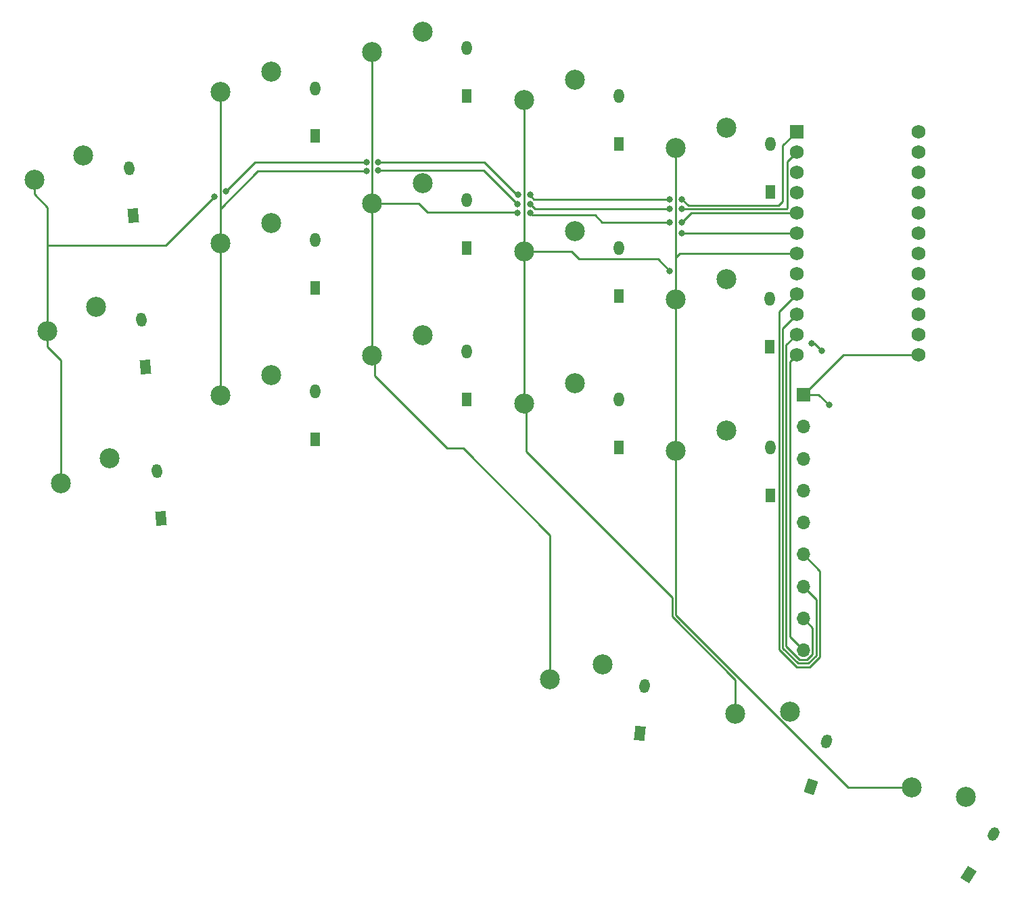
<source format=gbr>
%TF.GenerationSoftware,KiCad,Pcbnew,7.0.7*%
%TF.CreationDate,2023-11-23T18:26:16-07:00*%
%TF.ProjectId,TypestationX - Left,54797065-7374-4617-9469-6f6e58202d20,rev?*%
%TF.SameCoordinates,Original*%
%TF.FileFunction,Copper,L2,Bot*%
%TF.FilePolarity,Positive*%
%FSLAX46Y46*%
G04 Gerber Fmt 4.6, Leading zero omitted, Abs format (unit mm)*
G04 Created by KiCad (PCBNEW 7.0.7) date 2023-11-23 18:26:16*
%MOMM*%
%LPD*%
G01*
G04 APERTURE LIST*
G04 Aperture macros list*
%AMHorizOval*
0 Thick line with rounded ends*
0 $1 width*
0 $2 $3 position (X,Y) of the first rounded end (center of the circle)*
0 $4 $5 position (X,Y) of the second rounded end (center of the circle)*
0 Add line between two ends*
20,1,$1,$2,$3,$4,$5,0*
0 Add two circle primitives to create the rounded ends*
1,1,$1,$2,$3*
1,1,$1,$4,$5*%
%AMRotRect*
0 Rectangle, with rotation*
0 The origin of the aperture is its center*
0 $1 length*
0 $2 width*
0 $3 Rotation angle, in degrees counterclockwise*
0 Add horizontal line*
21,1,$1,$2,0,0,$3*%
G04 Aperture macros list end*
%TA.AperFunction,ComponentPad*%
%ADD10R,1.300000X1.778000*%
%TD*%
%TA.AperFunction,ComponentPad*%
%ADD11O,1.300000X1.778000*%
%TD*%
%TA.AperFunction,ComponentPad*%
%ADD12C,2.500000*%
%TD*%
%TA.AperFunction,ComponentPad*%
%ADD13RotRect,1.778000X1.300000X95.000000*%
%TD*%
%TA.AperFunction,ComponentPad*%
%ADD14HorizOval,1.300000X-0.020830X0.238091X0.020830X-0.238091X0*%
%TD*%
%TA.AperFunction,ComponentPad*%
%ADD15RotRect,1.778000X1.300000X84.000000*%
%TD*%
%TA.AperFunction,ComponentPad*%
%ADD16HorizOval,1.300000X0.024982X0.237691X-0.024982X-0.237691X0*%
%TD*%
%TA.AperFunction,ComponentPad*%
%ADD17RotRect,1.778000X1.300000X71.000000*%
%TD*%
%TA.AperFunction,ComponentPad*%
%ADD18HorizOval,1.300000X0.077811X0.225979X-0.077811X-0.225979X0*%
%TD*%
%TA.AperFunction,ComponentPad*%
%ADD19R,1.700000X1.700000*%
%TD*%
%TA.AperFunction,ComponentPad*%
%ADD20O,1.700000X1.700000*%
%TD*%
%TA.AperFunction,ComponentPad*%
%ADD21RotRect,1.778000X1.300000X58.000000*%
%TD*%
%TA.AperFunction,ComponentPad*%
%ADD22HorizOval,1.300000X0.126651X0.202683X-0.126651X-0.202683X0*%
%TD*%
%TA.AperFunction,ComponentPad*%
%ADD23R,1.752600X1.752600*%
%TD*%
%TA.AperFunction,ComponentPad*%
%ADD24C,1.752600*%
%TD*%
%TA.AperFunction,ViaPad*%
%ADD25C,0.800000*%
%TD*%
%TA.AperFunction,Conductor*%
%ADD26C,0.250000*%
%TD*%
G04 APERTURE END LIST*
D10*
%TO.P,D14,1,K*%
%TO.N,R2*%
X88900000Y-98603631D03*
D11*
%TO.P,D14,2,A*%
%TO.N,Net-(D14-A)*%
X88900000Y-92603631D03*
%TD*%
D10*
%TO.P,D4,1,K*%
%TO.N,R4*%
X88900000Y-60603631D03*
D11*
%TO.P,D4,2,A*%
%TO.N,Net-(D4-A)*%
X88900000Y-54603631D03*
%TD*%
D12*
%TO.P,S8,1,1*%
%TO.N,C3*%
X58037381Y-68063631D03*
%TO.P,S8,2,2*%
%TO.N,Net-(D8-A)*%
X64387381Y-65523631D03*
%TD*%
%TO.P,S11,1,1*%
%TO.N,C4*%
X77037381Y-74063631D03*
%TO.P,S11,2,2*%
%TO.N,Net-(D9-A)*%
X83387381Y-71523631D03*
%TD*%
D13*
%TO.P,D6,1,K*%
%TO.N,R3*%
X29644424Y-88566322D03*
D14*
%TO.P,D6,2,A*%
%TO.N,Net-(D6-A)*%
X29121490Y-82589154D03*
%TD*%
D15*
%TO.P,D16,1,K*%
%TO.N,R1*%
X91540064Y-134417629D03*
D16*
%TO.P,D16,2,A*%
%TO.N,Net-(D16-A)*%
X92167234Y-128450497D03*
%TD*%
D12*
%TO.P,S2,1,1*%
%TO.N,C1*%
X17394293Y-84076908D03*
%TO.P,S2,2,2*%
%TO.N,Net-(D6-A)*%
X23498753Y-80993134D03*
%TD*%
D10*
%TO.P,D7,1,K*%
%TO.N,R3*%
X50900000Y-78603631D03*
D11*
%TO.P,D7,2,A*%
%TO.N,Net-(D7-A)*%
X50900000Y-72603631D03*
%TD*%
D12*
%TO.P,S5,1,1*%
%TO.N,C2*%
X39037381Y-73063631D03*
%TO.P,S5,2,2*%
%TO.N,Net-(D7-A)*%
X45387381Y-70523631D03*
%TD*%
D10*
%TO.P,D13,1,K*%
%TO.N,R2*%
X69900000Y-92603631D03*
D11*
%TO.P,D13,2,A*%
%TO.N,Net-(D13-A)*%
X69900000Y-86603631D03*
%TD*%
D13*
%TO.P,D1,1,K*%
%TO.N,R4*%
X28161467Y-69588584D03*
D14*
%TO.P,D1,2,A*%
%TO.N,Net-(D1-A)*%
X27638533Y-63611416D03*
%TD*%
D12*
%TO.P,S6,1,1*%
%TO.N,C2*%
X39037381Y-92063631D03*
%TO.P,S6,2,2*%
%TO.N,Net-(D12-A)*%
X45387381Y-89523631D03*
%TD*%
D17*
%TO.P,D17,1,K*%
%TO.N,R1*%
X112934272Y-141111856D03*
D18*
%TO.P,D17,2,A*%
%TO.N,Net-(D17-A)*%
X114887680Y-135438744D03*
%TD*%
D10*
%TO.P,D10,1,K*%
%TO.N,R3*%
X107823227Y-85999079D03*
D11*
%TO.P,D10,2,A*%
%TO.N,Net-(D10-A)*%
X107823227Y-79999079D03*
%TD*%
D10*
%TO.P,D5,1,K*%
%TO.N,R4*%
X107900000Y-66600000D03*
D11*
%TO.P,D5,2,A*%
%TO.N,Net-(D5-A)*%
X107900000Y-60600000D03*
%TD*%
D12*
%TO.P,S1,1,1*%
%TO.N,C1*%
X15757016Y-65107143D03*
%TO.P,S1,2,2*%
%TO.N,Net-(D1-A)*%
X21861476Y-62023369D03*
%TD*%
%TO.P,S7,1,1*%
%TO.N,C3*%
X58037381Y-49063631D03*
%TO.P,S7,2,2*%
%TO.N,Net-(D3-A)*%
X64387381Y-46523631D03*
%TD*%
%TO.P,S16,1,1*%
%TO.N,C3*%
X80318702Y-127667700D03*
%TO.P,S16,2,2*%
%TO.N,Net-(D16-A)*%
X86899418Y-125805370D03*
%TD*%
%TO.P,S10,1,1*%
%TO.N,C4*%
X77037381Y-55063631D03*
%TO.P,S10,2,2*%
%TO.N,Net-(D4-A)*%
X83387381Y-52523631D03*
%TD*%
%TO.P,S18,1,1*%
%TO.N,C5*%
X125590908Y-141162005D03*
%TO.P,S18,2,2*%
%TO.N,Net-(D18-A)*%
X132322008Y-142372951D03*
%TD*%
%TO.P,S4,1,1*%
%TO.N,C2*%
X39037381Y-54063631D03*
%TO.P,S4,2,2*%
%TO.N,Net-(D2-A)*%
X45387381Y-51523631D03*
%TD*%
D10*
%TO.P,D15,1,K*%
%TO.N,R2*%
X107900000Y-104603631D03*
D11*
%TO.P,D15,2,A*%
%TO.N,Net-(D15-A)*%
X107900000Y-98603631D03*
%TD*%
D12*
%TO.P,S17,1,1*%
%TO.N,C4*%
X103485469Y-131999153D03*
%TO.P,S17,2,2*%
%TO.N,Net-(D17-A)*%
X110316455Y-131664894D03*
%TD*%
D19*
%TO.P,J1,1,Pin_1*%
%TO.N,R1*%
X112000000Y-92000000D03*
D20*
%TO.P,J1,2,Pin_2*%
%TO.N,R2*%
X112000000Y-96000000D03*
%TO.P,J1,3,Pin_3*%
%TO.N,R3*%
X112000000Y-100000000D03*
%TO.P,J1,4,Pin_4*%
%TO.N,R4*%
X112000000Y-104000000D03*
%TO.P,J1,5,Pin_5*%
%TO.N,C6*%
X112000000Y-108000000D03*
%TO.P,J1,6,Pin_6*%
%TO.N,C7*%
X112000000Y-112000000D03*
%TO.P,J1,7,Pin_7*%
%TO.N,C8*%
X112000000Y-116000000D03*
%TO.P,J1,8,Pin_8*%
%TO.N,C9*%
X112000000Y-120000000D03*
%TO.P,J1,9,Pin_9*%
%TO.N,C10*%
X112000000Y-124000000D03*
%TD*%
D10*
%TO.P,D12,1,K*%
%TO.N,R2*%
X50900000Y-97600000D03*
D11*
%TO.P,D12,2,A*%
%TO.N,Net-(D12-A)*%
X50900000Y-91600000D03*
%TD*%
D10*
%TO.P,D8,1,K*%
%TO.N,R3*%
X69900000Y-73603631D03*
D11*
%TO.P,D8,2,A*%
%TO.N,Net-(D8-A)*%
X69900000Y-67603631D03*
%TD*%
D12*
%TO.P,S3,1,1*%
%TO.N,C1*%
X19042924Y-103065448D03*
%TO.P,S3,2,2*%
%TO.N,Net-(D11-A)*%
X25147384Y-99981674D03*
%TD*%
%TO.P,S14,1,1*%
%TO.N,C5*%
X96037381Y-80063631D03*
%TO.P,S14,2,2*%
%TO.N,Net-(D10-A)*%
X102387381Y-77523631D03*
%TD*%
D10*
%TO.P,D2,1,K*%
%TO.N,R4*%
X50900000Y-59600000D03*
D11*
%TO.P,D2,2,A*%
%TO.N,Net-(D2-A)*%
X50900000Y-53600000D03*
%TD*%
D10*
%TO.P,D9,1,K*%
%TO.N,R3*%
X88900000Y-79603631D03*
D11*
%TO.P,D9,2,A*%
%TO.N,Net-(D9-A)*%
X88900000Y-73603631D03*
%TD*%
D12*
%TO.P,S13,1,1*%
%TO.N,C5*%
X96037381Y-61063631D03*
%TO.P,S13,2,2*%
%TO.N,Net-(D5-A)*%
X102387381Y-58523631D03*
%TD*%
D21*
%TO.P,D18,1,K*%
%TO.N,R1*%
X132670603Y-152118538D03*
D22*
%TO.P,D18,2,A*%
%TO.N,Net-(D18-A)*%
X135850119Y-147030250D03*
%TD*%
D13*
%TO.P,D11,1,K*%
%TO.N,R2*%
X31640760Y-107524442D03*
D14*
%TO.P,D11,2,A*%
%TO.N,Net-(D11-A)*%
X31117826Y-101547274D03*
%TD*%
D10*
%TO.P,D3,1,K*%
%TO.N,R4*%
X69900000Y-54603631D03*
D11*
%TO.P,D3,2,A*%
%TO.N,Net-(D3-A)*%
X69900000Y-48603631D03*
%TD*%
D12*
%TO.P,S12,1,1*%
%TO.N,C4*%
X77037381Y-93063631D03*
%TO.P,S12,2,2*%
%TO.N,Net-(D14-A)*%
X83387381Y-90523631D03*
%TD*%
%TO.P,S9,1,1*%
%TO.N,C3*%
X58037381Y-87063631D03*
%TO.P,S9,2,2*%
%TO.N,Net-(D13-A)*%
X64387381Y-84523631D03*
%TD*%
%TO.P,S15,1,1*%
%TO.N,C5*%
X96037381Y-99063631D03*
%TO.P,S15,2,2*%
%TO.N,Net-(D15-A)*%
X102387381Y-96523631D03*
%TD*%
D23*
%TO.P,U2,1,TX0/PD3*%
%TO.N,C1*%
X111180000Y-59030000D03*
D24*
%TO.P,U2,2,RX1/PD2*%
%TO.N,C2*%
X111180000Y-61570000D03*
%TO.P,U2,3,GND*%
%TO.N,unconnected-(U2-GND-Pad3)*%
X111180000Y-64110000D03*
%TO.P,U2,4,GND*%
%TO.N,unconnected-(U2-GND-Pad4)*%
X111180000Y-66650000D03*
%TO.P,U2,5,2/PD1*%
%TO.N,C3*%
X111180000Y-69190000D03*
%TO.P,U2,6,3/PD0*%
%TO.N,C4*%
X111180000Y-71730000D03*
%TO.P,U2,7,4/PD4*%
%TO.N,C5*%
X111180000Y-74270000D03*
%TO.P,U2,8,5/PC6*%
%TO.N,C6*%
X111180000Y-76810000D03*
%TO.P,U2,9,6/PD7*%
%TO.N,C7*%
X111180000Y-79350000D03*
%TO.P,U2,10,7/PE6*%
%TO.N,C8*%
X111180000Y-81890000D03*
%TO.P,U2,11,8/PB4*%
%TO.N,C9*%
X111180000Y-84430000D03*
%TO.P,U2,12,9/PB5*%
%TO.N,C10*%
X111180000Y-86970000D03*
%TO.P,U2,13,10/PB6*%
%TO.N,R1*%
X126420000Y-86970000D03*
%TO.P,U2,14,16/PB2*%
%TO.N,R2*%
X126420000Y-84430000D03*
%TO.P,U2,15,14/PB3*%
%TO.N,R3*%
X126420000Y-81890000D03*
%TO.P,U2,16,15/PB1*%
%TO.N,R4*%
X126420000Y-79350000D03*
%TO.P,U2,17,A0/PF7*%
%TO.N,unconnected-(U2-A0{slash}PF7-Pad17)*%
X126420000Y-76810000D03*
%TO.P,U2,18,A1/PF6*%
%TO.N,unconnected-(U2-A1{slash}PF6-Pad18)*%
X126420000Y-74270000D03*
%TO.P,U2,19,A2/PF5*%
%TO.N,unconnected-(U2-A2{slash}PF5-Pad19)*%
X126420000Y-71730000D03*
%TO.P,U2,20,A3/PF4*%
%TO.N,unconnected-(U2-A3{slash}PF4-Pad20)*%
X126420000Y-69190000D03*
%TO.P,U2,21,VCC*%
%TO.N,unconnected-(U2-VCC-Pad21)*%
X126420000Y-66650000D03*
%TO.P,U2,22,RST*%
%TO.N,unconnected-(U2-RST-Pad22)*%
X126420000Y-64110000D03*
%TO.P,U2,23,GND*%
%TO.N,unconnected-(U2-GND-Pad23)*%
X126420000Y-61570000D03*
%TO.P,U2,24,RAW*%
%TO.N,unconnected-(U2-RAW-Pad24)*%
X126420000Y-59030000D03*
%TD*%
D25*
%TO.N,R3*%
X114341425Y-86517277D03*
X113023227Y-85599079D03*
%TO.N,R1*%
X115223227Y-93299079D03*
%TO.N,C1*%
X76312881Y-66899079D03*
X77823227Y-66899079D03*
X96823227Y-67499079D03*
X57312881Y-62899079D03*
X58823227Y-62899079D03*
X38312881Y-67199079D03*
X95312881Y-67499079D03*
X39761881Y-66499079D03*
%TO.N,C2*%
X77823227Y-68099079D03*
X95312881Y-68699079D03*
X57312881Y-63999079D03*
X76223227Y-68099079D03*
X96823227Y-68699079D03*
X58761881Y-63899079D03*
%TO.N,C3*%
X95312881Y-70399079D03*
X76223227Y-69199079D03*
X96761881Y-70399079D03*
X77823227Y-69199079D03*
%TO.N,C4*%
X96761881Y-71799079D03*
X95312881Y-76499079D03*
%TD*%
D26*
%TO.N,R3*%
X113023227Y-85599079D02*
X113423227Y-85599079D01*
X113423227Y-85599079D02*
X114341425Y-86517277D01*
%TO.N,R1*%
X117030000Y-86970000D02*
X126420000Y-86970000D01*
X112000000Y-92000000D02*
X117030000Y-86970000D01*
X113924148Y-92000000D02*
X112000000Y-92000000D01*
X115223227Y-93299079D02*
X113924148Y-92000000D01*
%TO.N,C7*%
X108953700Y-123902344D02*
X108953700Y-81576300D01*
X114075000Y-114075000D02*
X114075000Y-124859493D01*
X111150435Y-126099079D02*
X108953700Y-123902344D01*
X114075000Y-124859493D02*
X112835414Y-126099079D01*
X112000000Y-112000000D02*
X114075000Y-114075000D01*
X112835414Y-126099079D02*
X111150435Y-126099079D01*
X108953700Y-81576300D02*
X111180000Y-79350000D01*
%TO.N,C8*%
X109403700Y-123715948D02*
X109403700Y-83666300D01*
X113625000Y-117625000D02*
X113625000Y-124673097D01*
X109403700Y-83666300D02*
X111180000Y-81890000D01*
X112649018Y-125649079D02*
X111336831Y-125649079D01*
X113625000Y-124673097D02*
X112649018Y-125649079D01*
X112000000Y-116000000D02*
X113625000Y-117625000D01*
X111336831Y-125649079D02*
X109403700Y-123715948D01*
%TO.N,C9*%
X113175000Y-121175000D02*
X113175000Y-124486701D01*
X112462622Y-125199079D02*
X111523227Y-125199079D01*
X111523227Y-125199079D02*
X109853700Y-123529552D01*
X113175000Y-124486701D02*
X112462622Y-125199079D01*
X109853700Y-123529552D02*
X109853700Y-85756300D01*
X112000000Y-120000000D02*
X113175000Y-121175000D01*
X109853700Y-85756300D02*
X111180000Y-84430000D01*
%TO.N,C10*%
X110303700Y-122303700D02*
X110303700Y-87846300D01*
X112000000Y-124000000D02*
X110303700Y-122303700D01*
X110303700Y-87846300D02*
X111180000Y-86970000D01*
%TO.N,C1*%
X43361881Y-62899079D02*
X57312881Y-62899079D01*
X17394293Y-73299079D02*
X17394293Y-84076908D01*
X72108306Y-62899079D02*
X58823227Y-62899079D01*
X95312881Y-67499079D02*
X78273227Y-67499079D01*
X97614148Y-68290000D02*
X108932306Y-68290000D01*
X76312881Y-66899079D02*
X76108306Y-66899079D01*
X109423227Y-60786773D02*
X111180000Y-59030000D01*
X96823227Y-67499079D02*
X97614148Y-68290000D01*
X77823227Y-67049079D02*
X77823227Y-66899079D01*
X17394293Y-73299079D02*
X32212881Y-73299079D01*
X76108306Y-66899079D02*
X72108306Y-62899079D01*
X108932306Y-68290000D02*
X109423227Y-67799079D01*
X78273227Y-67499079D02*
X77823227Y-67049079D01*
X15757016Y-66874909D02*
X17394293Y-68512186D01*
X17394293Y-68512186D02*
X17394293Y-73299079D01*
X15757016Y-65107143D02*
X15757016Y-66874909D01*
X32212881Y-73299079D02*
X38312881Y-67199079D01*
X39761881Y-66499079D02*
X43361881Y-62899079D01*
X19042924Y-87642586D02*
X19042924Y-103065448D01*
X109423227Y-67799079D02*
X109423227Y-60786773D01*
X17394293Y-84076908D02*
X17394293Y-85993955D01*
X17394293Y-85993955D02*
X19042924Y-87642586D01*
%TO.N,C2*%
X96864148Y-68740000D02*
X96823227Y-68699079D01*
X43737381Y-63999079D02*
X39037381Y-68699079D01*
X95312881Y-68699079D02*
X78423227Y-68699079D01*
X72023227Y-63899079D02*
X58761881Y-63899079D01*
X111180000Y-61570000D02*
X109978700Y-62771300D01*
X39037381Y-92063631D02*
X39037381Y-73063631D01*
X78423227Y-68699079D02*
X77823227Y-68099079D01*
X76223227Y-68099079D02*
X72023227Y-63899079D01*
X109978700Y-68643606D02*
X109882306Y-68740000D01*
X109978700Y-62771300D02*
X109978700Y-68643606D01*
X39037381Y-54063631D02*
X39037381Y-68699079D01*
X109882306Y-68740000D02*
X109223227Y-68740000D01*
X57312881Y-63999079D02*
X43737381Y-63999079D01*
X39037381Y-68699079D02*
X39037381Y-73063631D01*
X109223227Y-68740000D02*
X96864148Y-68740000D01*
%TO.N,C3*%
X58037381Y-49063631D02*
X58037381Y-87063631D01*
X58323227Y-87349477D02*
X58323227Y-89599079D01*
X63887779Y-68063631D02*
X58037381Y-68063631D01*
X76223227Y-69199079D02*
X76123227Y-69099079D01*
X69423227Y-98699079D02*
X80318702Y-109594554D01*
X58323227Y-89599079D02*
X67423227Y-98699079D01*
X86823227Y-70399079D02*
X95312881Y-70399079D01*
X58037381Y-87063631D02*
X58323227Y-87349477D01*
X77823227Y-69199079D02*
X78123227Y-69499079D01*
X97970960Y-69190000D02*
X96761881Y-70399079D01*
X64923227Y-69099079D02*
X63887779Y-68063631D01*
X67423227Y-98699079D02*
X69423227Y-98699079D01*
X85923227Y-69499079D02*
X86823227Y-70399079D01*
X111180000Y-69190000D02*
X97970960Y-69190000D01*
X80318702Y-109594554D02*
X80318702Y-127667700D01*
X78123227Y-69499079D02*
X85923227Y-69499079D01*
X76123227Y-69099079D02*
X64923227Y-69099079D01*
%TO.N,C4*%
X77037381Y-93063631D02*
X77323227Y-93349477D01*
X77323227Y-93349477D02*
X77323227Y-99099079D01*
X83923227Y-74999079D02*
X82987779Y-74063631D01*
X95587381Y-117363233D02*
X95587381Y-119799629D01*
X82987779Y-74063631D02*
X77037381Y-74063631D01*
X103485469Y-127697717D02*
X103485469Y-131999153D01*
X77037381Y-55063631D02*
X77037381Y-93063631D01*
X93812881Y-74999079D02*
X83923227Y-74999079D01*
X77323227Y-99099079D02*
X95587381Y-117363233D01*
X95587381Y-119799629D02*
X103485469Y-127697717D01*
X111180000Y-71730000D02*
X96830960Y-71730000D01*
X95312881Y-76499079D02*
X93812881Y-74999079D01*
X96830960Y-71730000D02*
X96761881Y-71799079D01*
%TO.N,C5*%
X96566460Y-74270000D02*
X111180000Y-74270000D01*
X96037381Y-61063631D02*
X96037381Y-74799079D01*
X96037381Y-74799079D02*
X96566460Y-74270000D01*
X96037381Y-74799079D02*
X96037381Y-99063631D01*
X125590908Y-141162005D02*
X117586153Y-141162005D01*
X117586153Y-141162005D02*
X96037381Y-119613233D01*
X96037381Y-119613233D02*
X96037381Y-99063631D01*
%TD*%
M02*

</source>
